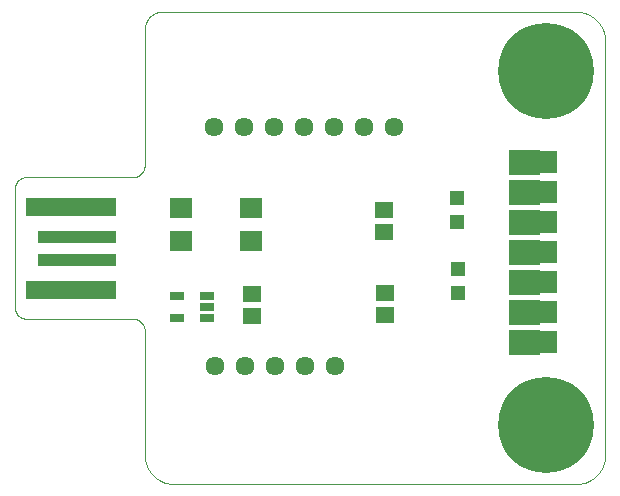
<source format=gts>
G75*
%MOIN*%
%OFA0B0*%
%FSLAX25Y25*%
%IPPOS*%
%LPD*%
%AMOC8*
5,1,8,0,0,1.08239X$1,22.5*
%
%ADD10C,0.00000*%
%ADD11R,0.07487X0.06699*%
%ADD12R,0.29928X0.06306*%
%ADD13R,0.25991X0.04337*%
%ADD14R,0.07800X0.07800*%
%ADD15C,0.00100*%
%ADD16C,0.06337*%
%ADD17R,0.05124X0.05124*%
%ADD18R,0.06306X0.05518*%
%ADD19R,0.05124X0.02565*%
%ADD20C,0.31896*%
D10*
X0056328Y0011043D02*
X0056328Y0052381D01*
X0056326Y0052505D01*
X0056320Y0052628D01*
X0056311Y0052752D01*
X0056297Y0052874D01*
X0056280Y0052997D01*
X0056258Y0053119D01*
X0056233Y0053240D01*
X0056204Y0053360D01*
X0056172Y0053479D01*
X0056135Y0053598D01*
X0056095Y0053715D01*
X0056052Y0053830D01*
X0056004Y0053945D01*
X0055953Y0054057D01*
X0055899Y0054168D01*
X0055841Y0054278D01*
X0055780Y0054385D01*
X0055715Y0054491D01*
X0055647Y0054594D01*
X0055576Y0054695D01*
X0055502Y0054794D01*
X0055425Y0054891D01*
X0055344Y0054985D01*
X0055261Y0055076D01*
X0055175Y0055165D01*
X0055086Y0055251D01*
X0054995Y0055334D01*
X0054901Y0055415D01*
X0054804Y0055492D01*
X0054705Y0055566D01*
X0054604Y0055637D01*
X0054501Y0055705D01*
X0054395Y0055770D01*
X0054288Y0055831D01*
X0054178Y0055889D01*
X0054067Y0055943D01*
X0053955Y0055994D01*
X0053840Y0056042D01*
X0053725Y0056085D01*
X0053608Y0056125D01*
X0053489Y0056162D01*
X0053370Y0056194D01*
X0053250Y0056223D01*
X0053129Y0056248D01*
X0053007Y0056270D01*
X0052884Y0056287D01*
X0052762Y0056301D01*
X0052638Y0056310D01*
X0052515Y0056316D01*
X0052391Y0056318D01*
X0016958Y0056318D01*
X0016834Y0056320D01*
X0016711Y0056326D01*
X0016587Y0056335D01*
X0016465Y0056349D01*
X0016342Y0056366D01*
X0016220Y0056388D01*
X0016099Y0056413D01*
X0015979Y0056442D01*
X0015860Y0056474D01*
X0015741Y0056511D01*
X0015624Y0056551D01*
X0015509Y0056594D01*
X0015394Y0056642D01*
X0015282Y0056693D01*
X0015171Y0056747D01*
X0015061Y0056805D01*
X0014954Y0056866D01*
X0014848Y0056931D01*
X0014745Y0056999D01*
X0014644Y0057070D01*
X0014545Y0057144D01*
X0014448Y0057221D01*
X0014354Y0057302D01*
X0014263Y0057385D01*
X0014174Y0057471D01*
X0014088Y0057560D01*
X0014005Y0057651D01*
X0013924Y0057745D01*
X0013847Y0057842D01*
X0013773Y0057941D01*
X0013702Y0058042D01*
X0013634Y0058145D01*
X0013569Y0058251D01*
X0013508Y0058358D01*
X0013450Y0058468D01*
X0013396Y0058579D01*
X0013345Y0058691D01*
X0013297Y0058806D01*
X0013254Y0058921D01*
X0013214Y0059038D01*
X0013177Y0059157D01*
X0013145Y0059276D01*
X0013116Y0059396D01*
X0013091Y0059517D01*
X0013069Y0059639D01*
X0013052Y0059762D01*
X0013038Y0059884D01*
X0013029Y0060008D01*
X0013023Y0060131D01*
X0013021Y0060255D01*
X0013021Y0099625D01*
X0013023Y0099749D01*
X0013029Y0099872D01*
X0013038Y0099996D01*
X0013052Y0100118D01*
X0013069Y0100241D01*
X0013091Y0100363D01*
X0013116Y0100484D01*
X0013145Y0100604D01*
X0013177Y0100723D01*
X0013214Y0100842D01*
X0013254Y0100959D01*
X0013297Y0101074D01*
X0013345Y0101189D01*
X0013396Y0101301D01*
X0013450Y0101412D01*
X0013508Y0101522D01*
X0013569Y0101629D01*
X0013634Y0101735D01*
X0013702Y0101838D01*
X0013773Y0101939D01*
X0013847Y0102038D01*
X0013924Y0102135D01*
X0014005Y0102229D01*
X0014088Y0102320D01*
X0014174Y0102409D01*
X0014263Y0102495D01*
X0014354Y0102578D01*
X0014448Y0102659D01*
X0014545Y0102736D01*
X0014644Y0102810D01*
X0014745Y0102881D01*
X0014848Y0102949D01*
X0014954Y0103014D01*
X0015061Y0103075D01*
X0015171Y0103133D01*
X0015282Y0103187D01*
X0015394Y0103238D01*
X0015509Y0103286D01*
X0015624Y0103329D01*
X0015741Y0103369D01*
X0015860Y0103406D01*
X0015979Y0103438D01*
X0016099Y0103467D01*
X0016220Y0103492D01*
X0016342Y0103514D01*
X0016465Y0103531D01*
X0016587Y0103545D01*
X0016711Y0103554D01*
X0016834Y0103560D01*
X0016958Y0103562D01*
X0052391Y0103562D01*
X0052515Y0103564D01*
X0052638Y0103570D01*
X0052762Y0103579D01*
X0052884Y0103593D01*
X0053007Y0103610D01*
X0053129Y0103632D01*
X0053250Y0103657D01*
X0053370Y0103686D01*
X0053489Y0103718D01*
X0053608Y0103755D01*
X0053725Y0103795D01*
X0053840Y0103838D01*
X0053955Y0103886D01*
X0054067Y0103937D01*
X0054178Y0103991D01*
X0054288Y0104049D01*
X0054395Y0104110D01*
X0054501Y0104175D01*
X0054604Y0104243D01*
X0054705Y0104314D01*
X0054804Y0104388D01*
X0054901Y0104465D01*
X0054995Y0104546D01*
X0055086Y0104629D01*
X0055175Y0104715D01*
X0055261Y0104804D01*
X0055344Y0104895D01*
X0055425Y0104989D01*
X0055502Y0105086D01*
X0055576Y0105185D01*
X0055647Y0105286D01*
X0055715Y0105389D01*
X0055780Y0105495D01*
X0055841Y0105602D01*
X0055899Y0105712D01*
X0055953Y0105823D01*
X0056004Y0105935D01*
X0056052Y0106050D01*
X0056095Y0106165D01*
X0056135Y0106282D01*
X0056172Y0106401D01*
X0056204Y0106520D01*
X0056233Y0106640D01*
X0056258Y0106761D01*
X0056280Y0106883D01*
X0056297Y0107006D01*
X0056311Y0107128D01*
X0056320Y0107252D01*
X0056326Y0107375D01*
X0056328Y0107499D01*
X0056328Y0152775D01*
X0056330Y0152927D01*
X0056336Y0153079D01*
X0056346Y0153231D01*
X0056359Y0153382D01*
X0056377Y0153533D01*
X0056398Y0153684D01*
X0056424Y0153834D01*
X0056453Y0153983D01*
X0056486Y0154132D01*
X0056523Y0154279D01*
X0056563Y0154426D01*
X0056608Y0154571D01*
X0056656Y0154715D01*
X0056708Y0154858D01*
X0056763Y0155000D01*
X0056822Y0155140D01*
X0056885Y0155279D01*
X0056951Y0155416D01*
X0057021Y0155551D01*
X0057094Y0155684D01*
X0057171Y0155815D01*
X0057251Y0155945D01*
X0057334Y0156072D01*
X0057420Y0156197D01*
X0057510Y0156320D01*
X0057603Y0156440D01*
X0057699Y0156558D01*
X0057798Y0156674D01*
X0057900Y0156787D01*
X0058004Y0156897D01*
X0058112Y0157005D01*
X0058222Y0157109D01*
X0058335Y0157211D01*
X0058451Y0157310D01*
X0058569Y0157406D01*
X0058689Y0157499D01*
X0058812Y0157589D01*
X0058937Y0157675D01*
X0059064Y0157758D01*
X0059194Y0157838D01*
X0059325Y0157915D01*
X0059458Y0157988D01*
X0059593Y0158058D01*
X0059730Y0158124D01*
X0059869Y0158187D01*
X0060009Y0158246D01*
X0060151Y0158301D01*
X0060294Y0158353D01*
X0060438Y0158401D01*
X0060583Y0158446D01*
X0060730Y0158486D01*
X0060877Y0158523D01*
X0061026Y0158556D01*
X0061175Y0158585D01*
X0061325Y0158611D01*
X0061476Y0158632D01*
X0061627Y0158650D01*
X0061778Y0158663D01*
X0061930Y0158673D01*
X0062082Y0158679D01*
X0062234Y0158681D01*
X0062234Y0158680D02*
X0200029Y0158680D01*
X0200029Y0158681D02*
X0200267Y0158678D01*
X0200505Y0158670D01*
X0200742Y0158655D01*
X0200979Y0158635D01*
X0201215Y0158609D01*
X0201451Y0158578D01*
X0201686Y0158541D01*
X0201920Y0158498D01*
X0202153Y0158449D01*
X0202385Y0158395D01*
X0202615Y0158335D01*
X0202844Y0158270D01*
X0203071Y0158199D01*
X0203296Y0158123D01*
X0203519Y0158041D01*
X0203741Y0157954D01*
X0203960Y0157862D01*
X0204177Y0157764D01*
X0204391Y0157662D01*
X0204603Y0157554D01*
X0204813Y0157440D01*
X0205019Y0157322D01*
X0205223Y0157199D01*
X0205423Y0157071D01*
X0205620Y0156939D01*
X0205815Y0156801D01*
X0206005Y0156659D01*
X0206193Y0156512D01*
X0206376Y0156361D01*
X0206556Y0156206D01*
X0206732Y0156046D01*
X0206904Y0155882D01*
X0207073Y0155713D01*
X0207237Y0155541D01*
X0207397Y0155365D01*
X0207552Y0155185D01*
X0207703Y0155002D01*
X0207850Y0154814D01*
X0207992Y0154624D01*
X0208130Y0154429D01*
X0208262Y0154232D01*
X0208390Y0154032D01*
X0208513Y0153828D01*
X0208631Y0153622D01*
X0208745Y0153412D01*
X0208853Y0153200D01*
X0208955Y0152986D01*
X0209053Y0152769D01*
X0209145Y0152550D01*
X0209232Y0152328D01*
X0209314Y0152105D01*
X0209390Y0151880D01*
X0209461Y0151653D01*
X0209526Y0151424D01*
X0209586Y0151194D01*
X0209640Y0150962D01*
X0209689Y0150729D01*
X0209732Y0150495D01*
X0209769Y0150260D01*
X0209800Y0150024D01*
X0209826Y0149788D01*
X0209846Y0149551D01*
X0209861Y0149314D01*
X0209869Y0149076D01*
X0209872Y0148838D01*
X0209871Y0148838D02*
X0209871Y0011043D01*
X0209872Y0011043D02*
X0209869Y0010805D01*
X0209861Y0010567D01*
X0209846Y0010330D01*
X0209826Y0010093D01*
X0209800Y0009857D01*
X0209769Y0009621D01*
X0209732Y0009386D01*
X0209689Y0009152D01*
X0209640Y0008919D01*
X0209586Y0008687D01*
X0209526Y0008457D01*
X0209461Y0008228D01*
X0209390Y0008001D01*
X0209314Y0007776D01*
X0209232Y0007553D01*
X0209145Y0007331D01*
X0209053Y0007112D01*
X0208955Y0006895D01*
X0208853Y0006681D01*
X0208745Y0006469D01*
X0208631Y0006259D01*
X0208513Y0006053D01*
X0208390Y0005849D01*
X0208262Y0005649D01*
X0208130Y0005452D01*
X0207992Y0005257D01*
X0207850Y0005067D01*
X0207703Y0004879D01*
X0207552Y0004696D01*
X0207397Y0004516D01*
X0207237Y0004340D01*
X0207073Y0004168D01*
X0206904Y0003999D01*
X0206732Y0003835D01*
X0206556Y0003675D01*
X0206376Y0003520D01*
X0206193Y0003369D01*
X0206005Y0003222D01*
X0205815Y0003080D01*
X0205620Y0002942D01*
X0205423Y0002810D01*
X0205223Y0002682D01*
X0205019Y0002559D01*
X0204813Y0002441D01*
X0204603Y0002327D01*
X0204391Y0002219D01*
X0204177Y0002117D01*
X0203960Y0002019D01*
X0203741Y0001927D01*
X0203519Y0001840D01*
X0203296Y0001758D01*
X0203071Y0001682D01*
X0202844Y0001611D01*
X0202615Y0001546D01*
X0202385Y0001486D01*
X0202153Y0001432D01*
X0201920Y0001383D01*
X0201686Y0001340D01*
X0201451Y0001303D01*
X0201215Y0001272D01*
X0200979Y0001246D01*
X0200742Y0001226D01*
X0200505Y0001211D01*
X0200267Y0001203D01*
X0200029Y0001200D01*
X0066171Y0001200D01*
X0065933Y0001203D01*
X0065695Y0001211D01*
X0065458Y0001226D01*
X0065221Y0001246D01*
X0064985Y0001272D01*
X0064749Y0001303D01*
X0064514Y0001340D01*
X0064280Y0001383D01*
X0064047Y0001432D01*
X0063815Y0001486D01*
X0063585Y0001546D01*
X0063356Y0001611D01*
X0063129Y0001682D01*
X0062904Y0001758D01*
X0062681Y0001840D01*
X0062459Y0001927D01*
X0062240Y0002019D01*
X0062023Y0002117D01*
X0061809Y0002219D01*
X0061597Y0002327D01*
X0061387Y0002441D01*
X0061181Y0002559D01*
X0060977Y0002682D01*
X0060777Y0002810D01*
X0060580Y0002942D01*
X0060385Y0003080D01*
X0060195Y0003222D01*
X0060007Y0003369D01*
X0059824Y0003520D01*
X0059644Y0003675D01*
X0059468Y0003835D01*
X0059296Y0003999D01*
X0059127Y0004168D01*
X0058963Y0004340D01*
X0058803Y0004516D01*
X0058648Y0004696D01*
X0058497Y0004879D01*
X0058350Y0005067D01*
X0058208Y0005257D01*
X0058070Y0005452D01*
X0057938Y0005649D01*
X0057810Y0005849D01*
X0057687Y0006053D01*
X0057569Y0006259D01*
X0057455Y0006469D01*
X0057347Y0006681D01*
X0057245Y0006895D01*
X0057147Y0007112D01*
X0057055Y0007331D01*
X0056968Y0007553D01*
X0056886Y0007776D01*
X0056810Y0008001D01*
X0056739Y0008228D01*
X0056674Y0008457D01*
X0056614Y0008687D01*
X0056560Y0008919D01*
X0056511Y0009152D01*
X0056468Y0009386D01*
X0056431Y0009621D01*
X0056400Y0009857D01*
X0056374Y0010093D01*
X0056354Y0010330D01*
X0056339Y0010567D01*
X0056331Y0010805D01*
X0056328Y0011043D01*
D11*
X0068454Y0082106D03*
X0068454Y0093129D03*
X0091682Y0093247D03*
X0091682Y0082224D03*
D12*
X0031879Y0093523D03*
X0031879Y0065964D03*
D13*
X0033848Y0075806D03*
X0033848Y0083680D03*
D14*
X0190186Y0088444D03*
X0190186Y0078444D03*
X0190186Y0068444D03*
X0190186Y0058444D03*
X0190186Y0048444D03*
X0190186Y0098444D03*
X0190186Y0108444D03*
D15*
X0187686Y0108440D02*
X0177686Y0108440D01*
X0177686Y0108538D02*
X0187686Y0108538D01*
X0187686Y0108637D02*
X0177686Y0108637D01*
X0177686Y0108735D02*
X0187686Y0108735D01*
X0187686Y0108834D02*
X0177686Y0108834D01*
X0177686Y0108932D02*
X0187686Y0108932D01*
X0187686Y0109031D02*
X0177686Y0109031D01*
X0177686Y0109129D02*
X0187686Y0109129D01*
X0187686Y0109228D02*
X0177686Y0109228D01*
X0177686Y0109326D02*
X0187686Y0109326D01*
X0187686Y0109425D02*
X0177686Y0109425D01*
X0177686Y0109523D02*
X0187686Y0109523D01*
X0187686Y0109622D02*
X0177686Y0109622D01*
X0177686Y0109720D02*
X0187686Y0109720D01*
X0187686Y0109819D02*
X0177686Y0109819D01*
X0177686Y0109917D02*
X0187686Y0109917D01*
X0187686Y0110016D02*
X0177686Y0110016D01*
X0177686Y0110114D02*
X0187686Y0110114D01*
X0187686Y0110213D02*
X0177686Y0110213D01*
X0177686Y0110311D02*
X0187686Y0110311D01*
X0187686Y0110410D02*
X0177686Y0110410D01*
X0177686Y0110508D02*
X0187686Y0110508D01*
X0187686Y0110607D02*
X0177686Y0110607D01*
X0177686Y0110705D02*
X0187686Y0110705D01*
X0187686Y0110804D02*
X0177686Y0110804D01*
X0177686Y0110902D02*
X0187686Y0110902D01*
X0187686Y0111001D02*
X0177686Y0111001D01*
X0177686Y0111099D02*
X0187686Y0111099D01*
X0187686Y0111198D02*
X0177686Y0111198D01*
X0177686Y0111296D02*
X0187686Y0111296D01*
X0187686Y0111395D02*
X0177686Y0111395D01*
X0177686Y0111493D02*
X0187686Y0111493D01*
X0187686Y0111592D02*
X0177686Y0111592D01*
X0177686Y0111690D02*
X0187686Y0111690D01*
X0187686Y0111789D02*
X0177686Y0111789D01*
X0177686Y0111887D02*
X0187686Y0111887D01*
X0187686Y0111986D02*
X0177686Y0111986D01*
X0177686Y0112084D02*
X0187686Y0112084D01*
X0187686Y0112183D02*
X0177686Y0112183D01*
X0177686Y0112281D02*
X0187686Y0112281D01*
X0187686Y0112380D02*
X0177686Y0112380D01*
X0177686Y0112444D02*
X0187686Y0112444D01*
X0187686Y0104444D01*
X0186686Y0104444D01*
X0187186Y0104444D01*
X0177686Y0104444D01*
X0177686Y0112444D01*
X0177686Y0108341D02*
X0187686Y0108341D01*
X0187686Y0108243D02*
X0177686Y0108243D01*
X0177686Y0108144D02*
X0187686Y0108144D01*
X0187686Y0108045D02*
X0177686Y0108045D01*
X0177686Y0107947D02*
X0187686Y0107947D01*
X0187686Y0107848D02*
X0177686Y0107848D01*
X0177686Y0107750D02*
X0187686Y0107750D01*
X0187686Y0107651D02*
X0177686Y0107651D01*
X0177686Y0107553D02*
X0187686Y0107553D01*
X0187686Y0107454D02*
X0177686Y0107454D01*
X0177686Y0107356D02*
X0187686Y0107356D01*
X0187686Y0107257D02*
X0177686Y0107257D01*
X0177686Y0107159D02*
X0187686Y0107159D01*
X0187686Y0107060D02*
X0177686Y0107060D01*
X0177686Y0106962D02*
X0187686Y0106962D01*
X0187686Y0106863D02*
X0177686Y0106863D01*
X0177686Y0106765D02*
X0187686Y0106765D01*
X0187686Y0106666D02*
X0177686Y0106666D01*
X0177686Y0106568D02*
X0187686Y0106568D01*
X0187686Y0106469D02*
X0177686Y0106469D01*
X0177686Y0106371D02*
X0187686Y0106371D01*
X0187686Y0106272D02*
X0177686Y0106272D01*
X0177686Y0106174D02*
X0187686Y0106174D01*
X0187686Y0106075D02*
X0177686Y0106075D01*
X0177686Y0105977D02*
X0187686Y0105977D01*
X0187686Y0105878D02*
X0177686Y0105878D01*
X0177686Y0105780D02*
X0187686Y0105780D01*
X0187686Y0105681D02*
X0177686Y0105681D01*
X0177686Y0105583D02*
X0187686Y0105583D01*
X0187686Y0105484D02*
X0177686Y0105484D01*
X0177686Y0105386D02*
X0187686Y0105386D01*
X0187686Y0105287D02*
X0177686Y0105287D01*
X0177686Y0105189D02*
X0187686Y0105189D01*
X0187686Y0105090D02*
X0177686Y0105090D01*
X0177686Y0104992D02*
X0187686Y0104992D01*
X0187686Y0104893D02*
X0177686Y0104893D01*
X0177686Y0104795D02*
X0187686Y0104795D01*
X0187686Y0104696D02*
X0177686Y0104696D01*
X0177686Y0104598D02*
X0187686Y0104598D01*
X0187686Y0104499D02*
X0177686Y0104499D01*
X0177686Y0102444D02*
X0187686Y0102444D01*
X0187686Y0094444D01*
X0186686Y0094444D01*
X0187186Y0094444D01*
X0177686Y0094444D01*
X0177686Y0102444D01*
X0177686Y0102430D02*
X0187686Y0102430D01*
X0187686Y0102332D02*
X0177686Y0102332D01*
X0177686Y0102233D02*
X0187686Y0102233D01*
X0187686Y0102135D02*
X0177686Y0102135D01*
X0177686Y0102036D02*
X0187686Y0102036D01*
X0187686Y0101938D02*
X0177686Y0101938D01*
X0177686Y0101839D02*
X0187686Y0101839D01*
X0187686Y0101741D02*
X0177686Y0101741D01*
X0177686Y0101642D02*
X0187686Y0101642D01*
X0187686Y0101544D02*
X0177686Y0101544D01*
X0177686Y0101445D02*
X0187686Y0101445D01*
X0187686Y0101347D02*
X0177686Y0101347D01*
X0177686Y0101248D02*
X0187686Y0101248D01*
X0187686Y0101150D02*
X0177686Y0101150D01*
X0177686Y0101051D02*
X0187686Y0101051D01*
X0187686Y0100953D02*
X0177686Y0100953D01*
X0177686Y0100854D02*
X0187686Y0100854D01*
X0187686Y0100756D02*
X0177686Y0100756D01*
X0177686Y0100657D02*
X0187686Y0100657D01*
X0187686Y0100559D02*
X0177686Y0100559D01*
X0177686Y0100460D02*
X0187686Y0100460D01*
X0187686Y0100362D02*
X0177686Y0100362D01*
X0177686Y0100263D02*
X0187686Y0100263D01*
X0187686Y0100165D02*
X0177686Y0100165D01*
X0177686Y0100066D02*
X0187686Y0100066D01*
X0187686Y0099968D02*
X0177686Y0099968D01*
X0177686Y0099869D02*
X0187686Y0099869D01*
X0187686Y0099771D02*
X0177686Y0099771D01*
X0177686Y0099672D02*
X0187686Y0099672D01*
X0187686Y0099574D02*
X0177686Y0099574D01*
X0177686Y0099475D02*
X0187686Y0099475D01*
X0187686Y0099377D02*
X0177686Y0099377D01*
X0177686Y0099278D02*
X0187686Y0099278D01*
X0187686Y0099179D02*
X0177686Y0099179D01*
X0177686Y0099081D02*
X0187686Y0099081D01*
X0187686Y0098982D02*
X0177686Y0098982D01*
X0177686Y0098884D02*
X0187686Y0098884D01*
X0187686Y0098785D02*
X0177686Y0098785D01*
X0177686Y0098687D02*
X0187686Y0098687D01*
X0187686Y0098588D02*
X0177686Y0098588D01*
X0177686Y0098490D02*
X0187686Y0098490D01*
X0187686Y0098391D02*
X0177686Y0098391D01*
X0177686Y0098293D02*
X0187686Y0098293D01*
X0187686Y0098194D02*
X0177686Y0098194D01*
X0177686Y0098096D02*
X0187686Y0098096D01*
X0187686Y0097997D02*
X0177686Y0097997D01*
X0177686Y0097899D02*
X0187686Y0097899D01*
X0187686Y0097800D02*
X0177686Y0097800D01*
X0177686Y0097702D02*
X0187686Y0097702D01*
X0187686Y0097603D02*
X0177686Y0097603D01*
X0177686Y0097505D02*
X0187686Y0097505D01*
X0187686Y0097406D02*
X0177686Y0097406D01*
X0177686Y0097308D02*
X0187686Y0097308D01*
X0187686Y0097209D02*
X0177686Y0097209D01*
X0177686Y0097111D02*
X0187686Y0097111D01*
X0187686Y0097012D02*
X0177686Y0097012D01*
X0177686Y0096914D02*
X0187686Y0096914D01*
X0187686Y0096815D02*
X0177686Y0096815D01*
X0177686Y0096717D02*
X0187686Y0096717D01*
X0187686Y0096618D02*
X0177686Y0096618D01*
X0177686Y0096520D02*
X0187686Y0096520D01*
X0187686Y0096421D02*
X0177686Y0096421D01*
X0177686Y0096323D02*
X0187686Y0096323D01*
X0187686Y0096224D02*
X0177686Y0096224D01*
X0177686Y0096126D02*
X0187686Y0096126D01*
X0187686Y0096027D02*
X0177686Y0096027D01*
X0177686Y0095929D02*
X0187686Y0095929D01*
X0187686Y0095830D02*
X0177686Y0095830D01*
X0177686Y0095732D02*
X0187686Y0095732D01*
X0187686Y0095633D02*
X0177686Y0095633D01*
X0177686Y0095535D02*
X0187686Y0095535D01*
X0187686Y0095436D02*
X0177686Y0095436D01*
X0177686Y0095338D02*
X0187686Y0095338D01*
X0187686Y0095239D02*
X0177686Y0095239D01*
X0177686Y0095141D02*
X0187686Y0095141D01*
X0187686Y0095042D02*
X0177686Y0095042D01*
X0177686Y0094943D02*
X0187686Y0094943D01*
X0187686Y0094845D02*
X0177686Y0094845D01*
X0177686Y0094746D02*
X0187686Y0094746D01*
X0187686Y0094648D02*
X0177686Y0094648D01*
X0177686Y0094549D02*
X0187686Y0094549D01*
X0187686Y0094451D02*
X0177686Y0094451D01*
X0177686Y0092444D02*
X0187686Y0092444D01*
X0187686Y0084444D01*
X0186686Y0084444D01*
X0187186Y0084444D01*
X0177686Y0084444D01*
X0177686Y0092444D01*
X0177686Y0092382D02*
X0187686Y0092382D01*
X0187686Y0092284D02*
X0177686Y0092284D01*
X0177686Y0092185D02*
X0187686Y0092185D01*
X0187686Y0092087D02*
X0177686Y0092087D01*
X0177686Y0091988D02*
X0187686Y0091988D01*
X0187686Y0091890D02*
X0177686Y0091890D01*
X0177686Y0091791D02*
X0187686Y0091791D01*
X0187686Y0091693D02*
X0177686Y0091693D01*
X0177686Y0091594D02*
X0187686Y0091594D01*
X0187686Y0091496D02*
X0177686Y0091496D01*
X0177686Y0091397D02*
X0187686Y0091397D01*
X0187686Y0091299D02*
X0177686Y0091299D01*
X0177686Y0091200D02*
X0187686Y0091200D01*
X0187686Y0091102D02*
X0177686Y0091102D01*
X0177686Y0091003D02*
X0187686Y0091003D01*
X0187686Y0090905D02*
X0177686Y0090905D01*
X0177686Y0090806D02*
X0187686Y0090806D01*
X0187686Y0090708D02*
X0177686Y0090708D01*
X0177686Y0090609D02*
X0187686Y0090609D01*
X0187686Y0090510D02*
X0177686Y0090510D01*
X0177686Y0090412D02*
X0187686Y0090412D01*
X0187686Y0090313D02*
X0177686Y0090313D01*
X0177686Y0090215D02*
X0187686Y0090215D01*
X0187686Y0090116D02*
X0177686Y0090116D01*
X0177686Y0090018D02*
X0187686Y0090018D01*
X0187686Y0089919D02*
X0177686Y0089919D01*
X0177686Y0089821D02*
X0187686Y0089821D01*
X0187686Y0089722D02*
X0177686Y0089722D01*
X0177686Y0089624D02*
X0187686Y0089624D01*
X0187686Y0089525D02*
X0177686Y0089525D01*
X0177686Y0089427D02*
X0187686Y0089427D01*
X0187686Y0089328D02*
X0177686Y0089328D01*
X0177686Y0089230D02*
X0187686Y0089230D01*
X0187686Y0089131D02*
X0177686Y0089131D01*
X0177686Y0089033D02*
X0187686Y0089033D01*
X0187686Y0088934D02*
X0177686Y0088934D01*
X0177686Y0088836D02*
X0187686Y0088836D01*
X0187686Y0088737D02*
X0177686Y0088737D01*
X0177686Y0088639D02*
X0187686Y0088639D01*
X0187686Y0088540D02*
X0177686Y0088540D01*
X0177686Y0088442D02*
X0187686Y0088442D01*
X0187686Y0088343D02*
X0177686Y0088343D01*
X0177686Y0088245D02*
X0187686Y0088245D01*
X0187686Y0088146D02*
X0177686Y0088146D01*
X0177686Y0088048D02*
X0187686Y0088048D01*
X0187686Y0087949D02*
X0177686Y0087949D01*
X0177686Y0087851D02*
X0187686Y0087851D01*
X0187686Y0087752D02*
X0177686Y0087752D01*
X0177686Y0087654D02*
X0187686Y0087654D01*
X0187686Y0087555D02*
X0177686Y0087555D01*
X0177686Y0087457D02*
X0187686Y0087457D01*
X0187686Y0087358D02*
X0177686Y0087358D01*
X0177686Y0087260D02*
X0187686Y0087260D01*
X0187686Y0087161D02*
X0177686Y0087161D01*
X0177686Y0087063D02*
X0187686Y0087063D01*
X0187686Y0086964D02*
X0177686Y0086964D01*
X0177686Y0086866D02*
X0187686Y0086866D01*
X0187686Y0086767D02*
X0177686Y0086767D01*
X0177686Y0086669D02*
X0187686Y0086669D01*
X0187686Y0086570D02*
X0177686Y0086570D01*
X0177686Y0086472D02*
X0187686Y0086472D01*
X0187686Y0086373D02*
X0177686Y0086373D01*
X0177686Y0086274D02*
X0187686Y0086274D01*
X0187686Y0086176D02*
X0177686Y0086176D01*
X0177686Y0086077D02*
X0187686Y0086077D01*
X0187686Y0085979D02*
X0177686Y0085979D01*
X0177686Y0085880D02*
X0187686Y0085880D01*
X0187686Y0085782D02*
X0177686Y0085782D01*
X0177686Y0085683D02*
X0187686Y0085683D01*
X0187686Y0085585D02*
X0177686Y0085585D01*
X0177686Y0085486D02*
X0187686Y0085486D01*
X0187686Y0085388D02*
X0177686Y0085388D01*
X0177686Y0085289D02*
X0187686Y0085289D01*
X0187686Y0085191D02*
X0177686Y0085191D01*
X0177686Y0085092D02*
X0187686Y0085092D01*
X0187686Y0084994D02*
X0177686Y0084994D01*
X0177686Y0084895D02*
X0187686Y0084895D01*
X0187686Y0084797D02*
X0177686Y0084797D01*
X0177686Y0084698D02*
X0187686Y0084698D01*
X0187686Y0084600D02*
X0177686Y0084600D01*
X0177686Y0084501D02*
X0187686Y0084501D01*
X0187686Y0082444D02*
X0187686Y0074444D01*
X0186686Y0074444D01*
X0187186Y0074444D01*
X0177686Y0074444D01*
X0177686Y0082444D01*
X0187686Y0082444D01*
X0187686Y0082433D02*
X0177686Y0082433D01*
X0177686Y0082334D02*
X0187686Y0082334D01*
X0187686Y0082236D02*
X0177686Y0082236D01*
X0177686Y0082137D02*
X0187686Y0082137D01*
X0187686Y0082039D02*
X0177686Y0082039D01*
X0177686Y0081940D02*
X0187686Y0081940D01*
X0187686Y0081841D02*
X0177686Y0081841D01*
X0177686Y0081743D02*
X0187686Y0081743D01*
X0187686Y0081644D02*
X0177686Y0081644D01*
X0177686Y0081546D02*
X0187686Y0081546D01*
X0187686Y0081447D02*
X0177686Y0081447D01*
X0177686Y0081349D02*
X0187686Y0081349D01*
X0187686Y0081250D02*
X0177686Y0081250D01*
X0177686Y0081152D02*
X0187686Y0081152D01*
X0187686Y0081053D02*
X0177686Y0081053D01*
X0177686Y0080955D02*
X0187686Y0080955D01*
X0187686Y0080856D02*
X0177686Y0080856D01*
X0177686Y0080758D02*
X0187686Y0080758D01*
X0187686Y0080659D02*
X0177686Y0080659D01*
X0177686Y0080561D02*
X0187686Y0080561D01*
X0187686Y0080462D02*
X0177686Y0080462D01*
X0177686Y0080364D02*
X0187686Y0080364D01*
X0187686Y0080265D02*
X0177686Y0080265D01*
X0177686Y0080167D02*
X0187686Y0080167D01*
X0187686Y0080068D02*
X0177686Y0080068D01*
X0177686Y0079970D02*
X0187686Y0079970D01*
X0187686Y0079871D02*
X0177686Y0079871D01*
X0177686Y0079773D02*
X0187686Y0079773D01*
X0187686Y0079674D02*
X0177686Y0079674D01*
X0177686Y0079576D02*
X0187686Y0079576D01*
X0187686Y0079477D02*
X0177686Y0079477D01*
X0177686Y0079379D02*
X0187686Y0079379D01*
X0187686Y0079280D02*
X0177686Y0079280D01*
X0177686Y0079182D02*
X0187686Y0079182D01*
X0187686Y0079083D02*
X0177686Y0079083D01*
X0177686Y0078985D02*
X0187686Y0078985D01*
X0187686Y0078886D02*
X0177686Y0078886D01*
X0177686Y0078788D02*
X0187686Y0078788D01*
X0187686Y0078689D02*
X0177686Y0078689D01*
X0177686Y0078591D02*
X0187686Y0078591D01*
X0187686Y0078492D02*
X0177686Y0078492D01*
X0177686Y0078394D02*
X0187686Y0078394D01*
X0187686Y0078295D02*
X0177686Y0078295D01*
X0177686Y0078197D02*
X0187686Y0078197D01*
X0187686Y0078098D02*
X0177686Y0078098D01*
X0177686Y0078000D02*
X0187686Y0078000D01*
X0187686Y0077901D02*
X0177686Y0077901D01*
X0177686Y0077803D02*
X0187686Y0077803D01*
X0187686Y0077704D02*
X0177686Y0077704D01*
X0177686Y0077605D02*
X0187686Y0077605D01*
X0187686Y0077507D02*
X0177686Y0077507D01*
X0177686Y0077408D02*
X0187686Y0077408D01*
X0187686Y0077310D02*
X0177686Y0077310D01*
X0177686Y0077211D02*
X0187686Y0077211D01*
X0187686Y0077113D02*
X0177686Y0077113D01*
X0177686Y0077014D02*
X0187686Y0077014D01*
X0187686Y0076916D02*
X0177686Y0076916D01*
X0177686Y0076817D02*
X0187686Y0076817D01*
X0187686Y0076719D02*
X0177686Y0076719D01*
X0177686Y0076620D02*
X0187686Y0076620D01*
X0187686Y0076522D02*
X0177686Y0076522D01*
X0177686Y0076423D02*
X0187686Y0076423D01*
X0187686Y0076325D02*
X0177686Y0076325D01*
X0177686Y0076226D02*
X0187686Y0076226D01*
X0187686Y0076128D02*
X0177686Y0076128D01*
X0177686Y0076029D02*
X0187686Y0076029D01*
X0187686Y0075931D02*
X0177686Y0075931D01*
X0177686Y0075832D02*
X0187686Y0075832D01*
X0187686Y0075734D02*
X0177686Y0075734D01*
X0177686Y0075635D02*
X0187686Y0075635D01*
X0187686Y0075537D02*
X0177686Y0075537D01*
X0177686Y0075438D02*
X0187686Y0075438D01*
X0187686Y0075340D02*
X0177686Y0075340D01*
X0177686Y0075241D02*
X0187686Y0075241D01*
X0187686Y0075143D02*
X0177686Y0075143D01*
X0177686Y0075044D02*
X0187686Y0075044D01*
X0187686Y0074946D02*
X0177686Y0074946D01*
X0177686Y0074847D02*
X0187686Y0074847D01*
X0187686Y0074749D02*
X0177686Y0074749D01*
X0177686Y0074650D02*
X0187686Y0074650D01*
X0187686Y0074552D02*
X0177686Y0074552D01*
X0177686Y0074453D02*
X0187686Y0074453D01*
X0187686Y0072444D02*
X0187686Y0064444D01*
X0186686Y0064444D01*
X0187186Y0064444D01*
X0177686Y0064444D01*
X0177686Y0072444D01*
X0187686Y0072444D01*
X0187686Y0072384D02*
X0177686Y0072384D01*
X0177686Y0072286D02*
X0187686Y0072286D01*
X0187686Y0072187D02*
X0177686Y0072187D01*
X0177686Y0072089D02*
X0187686Y0072089D01*
X0187686Y0071990D02*
X0177686Y0071990D01*
X0177686Y0071892D02*
X0187686Y0071892D01*
X0187686Y0071793D02*
X0177686Y0071793D01*
X0177686Y0071695D02*
X0187686Y0071695D01*
X0187686Y0071596D02*
X0177686Y0071596D01*
X0177686Y0071498D02*
X0187686Y0071498D01*
X0187686Y0071399D02*
X0177686Y0071399D01*
X0177686Y0071301D02*
X0187686Y0071301D01*
X0187686Y0071202D02*
X0177686Y0071202D01*
X0177686Y0071104D02*
X0187686Y0071104D01*
X0187686Y0071005D02*
X0177686Y0071005D01*
X0177686Y0070907D02*
X0187686Y0070907D01*
X0187686Y0070808D02*
X0177686Y0070808D01*
X0177686Y0070710D02*
X0187686Y0070710D01*
X0187686Y0070611D02*
X0177686Y0070611D01*
X0177686Y0070513D02*
X0187686Y0070513D01*
X0187686Y0070414D02*
X0177686Y0070414D01*
X0177686Y0070316D02*
X0187686Y0070316D01*
X0187686Y0070217D02*
X0177686Y0070217D01*
X0177686Y0070119D02*
X0187686Y0070119D01*
X0187686Y0070020D02*
X0177686Y0070020D01*
X0177686Y0069922D02*
X0187686Y0069922D01*
X0187686Y0069823D02*
X0177686Y0069823D01*
X0177686Y0069725D02*
X0187686Y0069725D01*
X0187686Y0069626D02*
X0177686Y0069626D01*
X0177686Y0069528D02*
X0187686Y0069528D01*
X0187686Y0069429D02*
X0177686Y0069429D01*
X0177686Y0069331D02*
X0187686Y0069331D01*
X0187686Y0069232D02*
X0177686Y0069232D01*
X0177686Y0069134D02*
X0187686Y0069134D01*
X0187686Y0069035D02*
X0177686Y0069035D01*
X0177686Y0068937D02*
X0187686Y0068937D01*
X0187686Y0068838D02*
X0177686Y0068838D01*
X0177686Y0068739D02*
X0187686Y0068739D01*
X0187686Y0068641D02*
X0177686Y0068641D01*
X0177686Y0068542D02*
X0187686Y0068542D01*
X0187686Y0068444D02*
X0177686Y0068444D01*
X0177686Y0068345D02*
X0187686Y0068345D01*
X0187686Y0068247D02*
X0177686Y0068247D01*
X0177686Y0068148D02*
X0187686Y0068148D01*
X0187686Y0068050D02*
X0177686Y0068050D01*
X0177686Y0067951D02*
X0187686Y0067951D01*
X0187686Y0067853D02*
X0177686Y0067853D01*
X0177686Y0067754D02*
X0187686Y0067754D01*
X0187686Y0067656D02*
X0177686Y0067656D01*
X0177686Y0067557D02*
X0187686Y0067557D01*
X0187686Y0067459D02*
X0177686Y0067459D01*
X0177686Y0067360D02*
X0187686Y0067360D01*
X0187686Y0067262D02*
X0177686Y0067262D01*
X0177686Y0067163D02*
X0187686Y0067163D01*
X0187686Y0067065D02*
X0177686Y0067065D01*
X0177686Y0066966D02*
X0187686Y0066966D01*
X0187686Y0066868D02*
X0177686Y0066868D01*
X0177686Y0066769D02*
X0187686Y0066769D01*
X0187686Y0066671D02*
X0177686Y0066671D01*
X0177686Y0066572D02*
X0187686Y0066572D01*
X0187686Y0066474D02*
X0177686Y0066474D01*
X0177686Y0066375D02*
X0187686Y0066375D01*
X0187686Y0066277D02*
X0177686Y0066277D01*
X0177686Y0066178D02*
X0187686Y0066178D01*
X0187686Y0066080D02*
X0177686Y0066080D01*
X0177686Y0065981D02*
X0187686Y0065981D01*
X0187686Y0065883D02*
X0177686Y0065883D01*
X0177686Y0065784D02*
X0187686Y0065784D01*
X0187686Y0065686D02*
X0177686Y0065686D01*
X0177686Y0065587D02*
X0187686Y0065587D01*
X0187686Y0065489D02*
X0177686Y0065489D01*
X0177686Y0065390D02*
X0187686Y0065390D01*
X0187686Y0065292D02*
X0177686Y0065292D01*
X0177686Y0065193D02*
X0187686Y0065193D01*
X0187686Y0065095D02*
X0177686Y0065095D01*
X0177686Y0064996D02*
X0187686Y0064996D01*
X0187686Y0064898D02*
X0177686Y0064898D01*
X0177686Y0064799D02*
X0187686Y0064799D01*
X0187686Y0064701D02*
X0177686Y0064701D01*
X0177686Y0064602D02*
X0187686Y0064602D01*
X0187686Y0064503D02*
X0177686Y0064503D01*
X0177686Y0062444D02*
X0187686Y0062444D01*
X0187686Y0054444D01*
X0186686Y0054444D01*
X0187186Y0054444D01*
X0177686Y0054444D01*
X0177686Y0062444D01*
X0177686Y0062435D02*
X0187686Y0062435D01*
X0187686Y0062336D02*
X0177686Y0062336D01*
X0177686Y0062238D02*
X0187686Y0062238D01*
X0187686Y0062139D02*
X0177686Y0062139D01*
X0177686Y0062041D02*
X0187686Y0062041D01*
X0187686Y0061942D02*
X0177686Y0061942D01*
X0177686Y0061844D02*
X0187686Y0061844D01*
X0187686Y0061745D02*
X0177686Y0061745D01*
X0177686Y0061647D02*
X0187686Y0061647D01*
X0187686Y0061548D02*
X0177686Y0061548D01*
X0177686Y0061450D02*
X0187686Y0061450D01*
X0187686Y0061351D02*
X0177686Y0061351D01*
X0177686Y0061253D02*
X0187686Y0061253D01*
X0187686Y0061154D02*
X0177686Y0061154D01*
X0177686Y0061056D02*
X0187686Y0061056D01*
X0187686Y0060957D02*
X0177686Y0060957D01*
X0177686Y0060859D02*
X0187686Y0060859D01*
X0187686Y0060760D02*
X0177686Y0060760D01*
X0177686Y0060662D02*
X0187686Y0060662D01*
X0187686Y0060563D02*
X0177686Y0060563D01*
X0177686Y0060465D02*
X0187686Y0060465D01*
X0187686Y0060366D02*
X0177686Y0060366D01*
X0177686Y0060268D02*
X0187686Y0060268D01*
X0187686Y0060169D02*
X0177686Y0060169D01*
X0177686Y0060070D02*
X0187686Y0060070D01*
X0187686Y0059972D02*
X0177686Y0059972D01*
X0177686Y0059873D02*
X0187686Y0059873D01*
X0187686Y0059775D02*
X0177686Y0059775D01*
X0177686Y0059676D02*
X0187686Y0059676D01*
X0187686Y0059578D02*
X0177686Y0059578D01*
X0177686Y0059479D02*
X0187686Y0059479D01*
X0187686Y0059381D02*
X0177686Y0059381D01*
X0177686Y0059282D02*
X0187686Y0059282D01*
X0187686Y0059184D02*
X0177686Y0059184D01*
X0177686Y0059085D02*
X0187686Y0059085D01*
X0187686Y0058987D02*
X0177686Y0058987D01*
X0177686Y0058888D02*
X0187686Y0058888D01*
X0187686Y0058790D02*
X0177686Y0058790D01*
X0177686Y0058691D02*
X0187686Y0058691D01*
X0187686Y0058593D02*
X0177686Y0058593D01*
X0177686Y0058494D02*
X0187686Y0058494D01*
X0187686Y0058396D02*
X0177686Y0058396D01*
X0177686Y0058297D02*
X0187686Y0058297D01*
X0187686Y0058199D02*
X0177686Y0058199D01*
X0177686Y0058100D02*
X0187686Y0058100D01*
X0187686Y0058002D02*
X0177686Y0058002D01*
X0177686Y0057903D02*
X0187686Y0057903D01*
X0187686Y0057805D02*
X0177686Y0057805D01*
X0177686Y0057706D02*
X0187686Y0057706D01*
X0187686Y0057608D02*
X0177686Y0057608D01*
X0177686Y0057509D02*
X0187686Y0057509D01*
X0187686Y0057411D02*
X0177686Y0057411D01*
X0177686Y0057312D02*
X0187686Y0057312D01*
X0187686Y0057214D02*
X0177686Y0057214D01*
X0177686Y0057115D02*
X0187686Y0057115D01*
X0187686Y0057017D02*
X0177686Y0057017D01*
X0177686Y0056918D02*
X0187686Y0056918D01*
X0187686Y0056820D02*
X0177686Y0056820D01*
X0177686Y0056721D02*
X0187686Y0056721D01*
X0187686Y0056623D02*
X0177686Y0056623D01*
X0177686Y0056524D02*
X0187686Y0056524D01*
X0187686Y0056426D02*
X0177686Y0056426D01*
X0177686Y0056327D02*
X0187686Y0056327D01*
X0187686Y0056229D02*
X0177686Y0056229D01*
X0177686Y0056130D02*
X0187686Y0056130D01*
X0187686Y0056032D02*
X0177686Y0056032D01*
X0177686Y0055933D02*
X0187686Y0055933D01*
X0187686Y0055834D02*
X0177686Y0055834D01*
X0177686Y0055736D02*
X0187686Y0055736D01*
X0187686Y0055637D02*
X0177686Y0055637D01*
X0177686Y0055539D02*
X0187686Y0055539D01*
X0187686Y0055440D02*
X0177686Y0055440D01*
X0177686Y0055342D02*
X0187686Y0055342D01*
X0187686Y0055243D02*
X0177686Y0055243D01*
X0177686Y0055145D02*
X0187686Y0055145D01*
X0187686Y0055046D02*
X0177686Y0055046D01*
X0177686Y0054948D02*
X0187686Y0054948D01*
X0187686Y0054849D02*
X0177686Y0054849D01*
X0177686Y0054751D02*
X0187686Y0054751D01*
X0187686Y0054652D02*
X0177686Y0054652D01*
X0177686Y0054554D02*
X0187686Y0054554D01*
X0187686Y0054455D02*
X0177686Y0054455D01*
X0177686Y0052444D02*
X0187686Y0052444D01*
X0187686Y0044444D01*
X0186686Y0044444D01*
X0187186Y0044444D01*
X0177686Y0044444D01*
X0177686Y0052444D01*
X0177686Y0052387D02*
X0187686Y0052387D01*
X0187686Y0052288D02*
X0177686Y0052288D01*
X0177686Y0052190D02*
X0187686Y0052190D01*
X0187686Y0052091D02*
X0177686Y0052091D01*
X0177686Y0051993D02*
X0187686Y0051993D01*
X0187686Y0051894D02*
X0177686Y0051894D01*
X0177686Y0051796D02*
X0187686Y0051796D01*
X0187686Y0051697D02*
X0177686Y0051697D01*
X0177686Y0051599D02*
X0187686Y0051599D01*
X0187686Y0051500D02*
X0177686Y0051500D01*
X0177686Y0051401D02*
X0187686Y0051401D01*
X0187686Y0051303D02*
X0177686Y0051303D01*
X0177686Y0051204D02*
X0187686Y0051204D01*
X0187686Y0051106D02*
X0177686Y0051106D01*
X0177686Y0051007D02*
X0187686Y0051007D01*
X0187686Y0050909D02*
X0177686Y0050909D01*
X0177686Y0050810D02*
X0187686Y0050810D01*
X0187686Y0050712D02*
X0177686Y0050712D01*
X0177686Y0050613D02*
X0187686Y0050613D01*
X0187686Y0050515D02*
X0177686Y0050515D01*
X0177686Y0050416D02*
X0187686Y0050416D01*
X0187686Y0050318D02*
X0177686Y0050318D01*
X0177686Y0050219D02*
X0187686Y0050219D01*
X0187686Y0050121D02*
X0177686Y0050121D01*
X0177686Y0050022D02*
X0187686Y0050022D01*
X0187686Y0049924D02*
X0177686Y0049924D01*
X0177686Y0049825D02*
X0187686Y0049825D01*
X0187686Y0049727D02*
X0177686Y0049727D01*
X0177686Y0049628D02*
X0187686Y0049628D01*
X0187686Y0049530D02*
X0177686Y0049530D01*
X0177686Y0049431D02*
X0187686Y0049431D01*
X0187686Y0049333D02*
X0177686Y0049333D01*
X0177686Y0049234D02*
X0187686Y0049234D01*
X0187686Y0049136D02*
X0177686Y0049136D01*
X0177686Y0049037D02*
X0187686Y0049037D01*
X0187686Y0048939D02*
X0177686Y0048939D01*
X0177686Y0048840D02*
X0187686Y0048840D01*
X0187686Y0048742D02*
X0177686Y0048742D01*
X0177686Y0048643D02*
X0187686Y0048643D01*
X0187686Y0048545D02*
X0177686Y0048545D01*
X0177686Y0048446D02*
X0187686Y0048446D01*
X0187686Y0048348D02*
X0177686Y0048348D01*
X0177686Y0048249D02*
X0187686Y0048249D01*
X0187686Y0048151D02*
X0177686Y0048151D01*
X0177686Y0048052D02*
X0187686Y0048052D01*
X0187686Y0047954D02*
X0177686Y0047954D01*
X0177686Y0047855D02*
X0187686Y0047855D01*
X0187686Y0047757D02*
X0177686Y0047757D01*
X0177686Y0047658D02*
X0187686Y0047658D01*
X0187686Y0047560D02*
X0177686Y0047560D01*
X0177686Y0047461D02*
X0187686Y0047461D01*
X0187686Y0047363D02*
X0177686Y0047363D01*
X0177686Y0047264D02*
X0187686Y0047264D01*
X0187686Y0047166D02*
X0177686Y0047166D01*
X0177686Y0047067D02*
X0187686Y0047067D01*
X0187686Y0046968D02*
X0177686Y0046968D01*
X0177686Y0046870D02*
X0187686Y0046870D01*
X0187686Y0046771D02*
X0177686Y0046771D01*
X0177686Y0046673D02*
X0187686Y0046673D01*
X0187686Y0046574D02*
X0177686Y0046574D01*
X0177686Y0046476D02*
X0187686Y0046476D01*
X0187686Y0046377D02*
X0177686Y0046377D01*
X0177686Y0046279D02*
X0187686Y0046279D01*
X0187686Y0046180D02*
X0177686Y0046180D01*
X0177686Y0046082D02*
X0187686Y0046082D01*
X0187686Y0045983D02*
X0177686Y0045983D01*
X0177686Y0045885D02*
X0187686Y0045885D01*
X0187686Y0045786D02*
X0177686Y0045786D01*
X0177686Y0045688D02*
X0187686Y0045688D01*
X0187686Y0045589D02*
X0177686Y0045589D01*
X0177686Y0045491D02*
X0187686Y0045491D01*
X0187686Y0045392D02*
X0177686Y0045392D01*
X0177686Y0045294D02*
X0187686Y0045294D01*
X0187686Y0045195D02*
X0177686Y0045195D01*
X0177686Y0045097D02*
X0187686Y0045097D01*
X0187686Y0044998D02*
X0177686Y0044998D01*
X0177686Y0044900D02*
X0187686Y0044900D01*
X0187686Y0044801D02*
X0177686Y0044801D01*
X0177686Y0044703D02*
X0187686Y0044703D01*
X0187686Y0044604D02*
X0177686Y0044604D01*
X0177686Y0044506D02*
X0187686Y0044506D01*
D16*
X0119635Y0040570D03*
X0109635Y0040570D03*
X0099635Y0040570D03*
X0089635Y0040570D03*
X0079635Y0040570D03*
X0079320Y0120098D03*
X0089320Y0120098D03*
X0099320Y0120098D03*
X0109320Y0120098D03*
X0119320Y0120098D03*
X0129320Y0120098D03*
X0139320Y0120098D03*
D17*
X0160423Y0096712D03*
X0160423Y0088444D03*
X0160738Y0073090D03*
X0160738Y0064822D03*
D18*
X0136486Y0065019D03*
X0136486Y0057539D03*
X0136171Y0085137D03*
X0136171Y0092617D03*
X0092037Y0064665D03*
X0092037Y0057184D03*
D19*
X0077234Y0056554D03*
X0077234Y0060294D03*
X0077234Y0064035D03*
X0066997Y0064035D03*
X0066997Y0056554D03*
D20*
X0190186Y0020885D03*
X0190186Y0138995D03*
M02*

</source>
